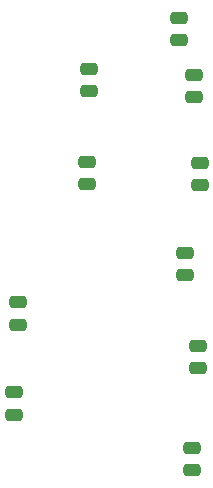
<source format=gbp>
%TF.GenerationSoftware,KiCad,Pcbnew,9.0.2*%
%TF.CreationDate,2025-06-26T09:46:03+02:00*%
%TF.ProjectId,HCP65 MPU NMI,48435036-3520-44d5-9055-204e4d492e6b,V1*%
%TF.SameCoordinates,Original*%
%TF.FileFunction,Paste,Bot*%
%TF.FilePolarity,Positive*%
%FSLAX46Y46*%
G04 Gerber Fmt 4.6, Leading zero omitted, Abs format (unit mm)*
G04 Created by KiCad (PCBNEW 9.0.2) date 2025-06-26 09:46:03*
%MOMM*%
%LPD*%
G01*
G04 APERTURE LIST*
G04 Aperture macros list*
%AMRoundRect*
0 Rectangle with rounded corners*
0 $1 Rounding radius*
0 $2 $3 $4 $5 $6 $7 $8 $9 X,Y pos of 4 corners*
0 Add a 4 corners polygon primitive as box body*
4,1,4,$2,$3,$4,$5,$6,$7,$8,$9,$2,$3,0*
0 Add four circle primitives for the rounded corners*
1,1,$1+$1,$2,$3*
1,1,$1+$1,$4,$5*
1,1,$1+$1,$6,$7*
1,1,$1+$1,$8,$9*
0 Add four rect primitives between the rounded corners*
20,1,$1+$1,$2,$3,$4,$5,0*
20,1,$1+$1,$4,$5,$6,$7,0*
20,1,$1+$1,$6,$7,$8,$9,0*
20,1,$1+$1,$8,$9,$2,$3,0*%
G04 Aperture macros list end*
%ADD10RoundRect,0.250000X-0.475000X0.250000X-0.475000X-0.250000X0.475000X-0.250000X0.475000X0.250000X0*%
%ADD11RoundRect,0.250000X0.475000X-0.250000X0.475000X0.250000X-0.475000X0.250000X-0.475000X-0.250000X0*%
G04 APERTURE END LIST*
D10*
%TO.C,C15*%
X18923000Y-32213000D03*
X18923000Y-34113000D03*
%TD*%
%TO.C,C5*%
X18288000Y-15703000D03*
X18288000Y-17603000D03*
%TD*%
%TO.C,C10*%
X19558000Y-8083000D03*
X19558000Y-9983000D03*
%TD*%
%TO.C,C1*%
X19431000Y-23577000D03*
X19431000Y-25477000D03*
%TD*%
%TO.C,C2*%
X19050000Y-590000D03*
X19050000Y-2490000D03*
%TD*%
%TO.C,C6*%
X17780000Y4236000D03*
X17780000Y2336000D03*
%TD*%
%TO.C,C3*%
X10033000Y-7956000D03*
X10033000Y-9856000D03*
%TD*%
%TO.C,C14*%
X10160000Y-82000D03*
X10160000Y-1982000D03*
%TD*%
D11*
%TO.C,C7*%
X4191000Y-21762000D03*
X4191000Y-19862000D03*
%TD*%
%TO.C,C12*%
X3810000Y-29382000D03*
X3810000Y-27482000D03*
%TD*%
M02*

</source>
